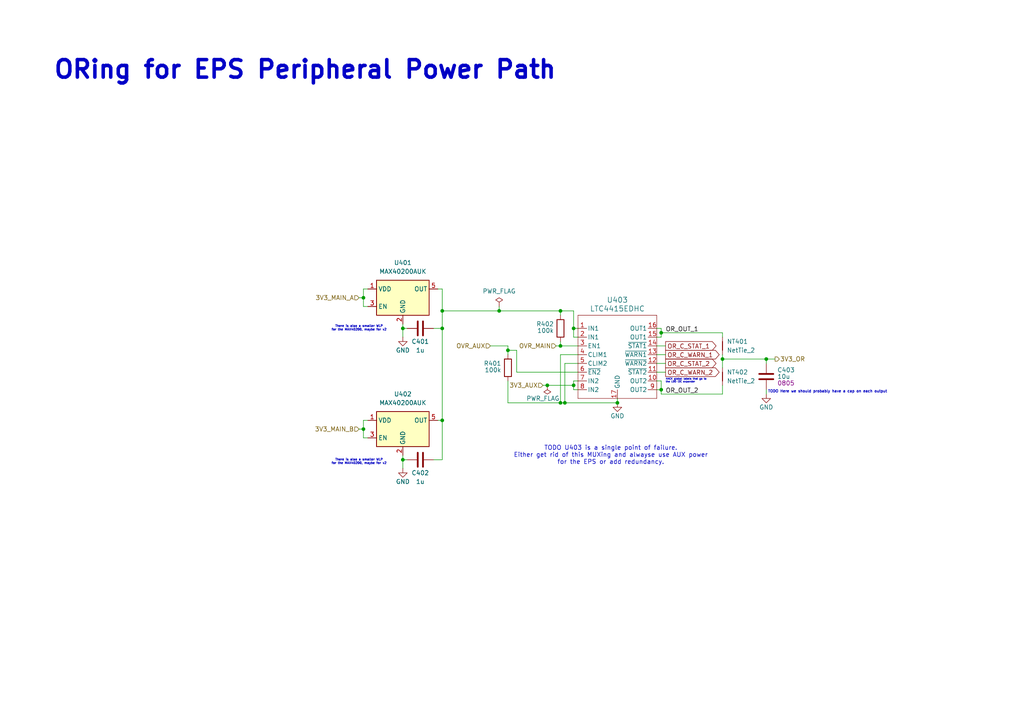
<source format=kicad_sch>
(kicad_sch (version 20250114) (generator "eeschema") (generator_version "9.0")
  (paper "A4")
  (title_block (title "bac EPS v1") (date "2024-09-30") (rev "1") (company "Build a CubeSat") (comment 1 "Manuel Imboden") (comment 2 "CC BY-SA 4.0") (comment 3 "https://buildacubesat.space"))
  (lib_symbols
    (symbol "Device:C" (pin_numbers (hide yes)) (pin_names (offset 0.254))
      (property "Reference" "C" (at 0.635 2.54 0))
      (property "Value" "C" (at 0.635 -2.54 0))
      (symbol "C_0_1"
        (polyline (pts (xy -2.032 0.762) (xy 2.032 0.762)) (stroke (width 0.508)))
        (polyline (pts (xy -2.032 -0.762) (xy 2.032 -0.762)) (stroke (width 0.508)))
      )
      (symbol "C_1_1"
        (pin passive line (at 0 3.81 270) (length 2.794) (name "~") (number "1"))
        (pin passive line (at 0 -3.81 90) (length 2.794) (name "~") (number "2"))
      )
    )
    (symbol "Device:NetTie_2" (pin_numbers (hide yes)) (pin_names (offset 0) (hide yes)) (in_bom no)
      (property "Reference" "NT" (at 0 1.27 0))
      (property "Value" "NetTie_2" (at 0 -1.27 0))
      (symbol "NetTie_2_0_1"
        (polyline (pts (xy -1.27 0) (xy 1.27 0)) (stroke (width 0.254)))
      )
      (symbol "NetTie_2_1_1"
        (pin passive line (at -2.54 0 0) (length 2.54) (name "1") (number "1"))
        (pin passive line (at 2.54 0 180) (length 2.54) (name "2") (number "2"))
      )
    )
    (symbol "Device:R" (pin_numbers (hide yes)) (pin_names (offset 0))
      (property "Reference" "R" (at 2.032 0 90))
      (property "Value" "R" (at 0 0 90))
      (symbol "R_0_1"
        (rectangle (start -1.016 -2.54) (end 1.016 2.54) (stroke (width 0.254)))
      )
      (symbol "R_1_1"
        (pin passive line (at 0 3.81 270) (length 1.27) (name "~") (number "1"))
        (pin passive line (at 0 -3.81 90) (length 1.27) (name "~") (number "2"))
      )
    )
    (symbol "bac EPS v1:ADI LTC4415EDHC" (pin_names (offset 0.254))
      (property "Reference" "U" (at -0.254 19.558 0))
      (property "Value" "ADI LTC4415EDHC" (at -0.254 17.018 0))
      (symbol "ADI LTC4415EDHC_0_1"
        (polyline (pts (xy -11.43 13.97) (xy -11.43 -10.16)) (stroke (width 0.127)))
        (polyline (pts (xy -11.43 -10.16) (xy 11.43 -10.16)) (stroke (width 0.127)))
        (polyline (pts (xy 11.43 13.97) (xy -11.43 13.97)) (stroke (width 0.127)))
        (polyline (pts (xy 11.43 -10.16) (xy 11.43 13.97)) (stroke (width 0.127)))
        (pin power_in line (at -11.43 10.16 0) (length 2.54) (name "IN1") (number "1"))
        (pin power_in line (at -11.43 7.62 0) (length 2.54) (name "IN1") (number "2"))
        (pin input line (at -11.43 5.08 0) (length 2.54) (name "EN1") (number "3"))
        (pin power_in line (at -11.43 -5.08 0) (length 2.54) (name "IN2") (number "7"))
        (pin power_in line (at -11.43 -7.62 0) (length 2.54) (name "IN2") (number "8"))
        (pin passive line (at 11.43 7.62 180) (length 2.54) (name "OUT1") (number "15"))
        (pin passive line (at 11.43 -7.62 180) (length 2.54) (name "OUT2") (number "9"))
      )
      (symbol "ADI LTC4415EDHC_1_1"
        (pin input line (at -11.43 2.54 0) (length 2.54) (name "CLIM1") (number "4"))
        (pin input line (at -11.43 0 0) (length 2.54) (name "CLIM2") (number "5"))
        (pin input line (at -11.43 -2.54 0) (length 2.54) (name "~{EN2}") (number "6"))
        (pin power_in line (at 0 -10.16 90) (length 2.54) (name "GND") (number "17"))
        (pin passive line (at 11.43 10.16 180) (length 2.54) (name "OUT1") (number "16"))
        (pin output line (at 11.43 5.08 180) (length 2.54) (name "~{STAT1}") (number "14"))
        (pin output line (at 11.43 2.54 180) (length 2.54) (name "~{WARN1}") (number "13"))
        (pin output line (at 11.43 0 180) (length 2.54) (name "~{WARN2}") (number "12"))
        (pin output line (at 11.43 -2.54 180) (length 2.54) (name "~{STAT2}") (number "11"))
        (pin passive line (at 11.43 -5.08 180) (length 2.54) (name "OUT2") (number "10"))
      )
    )
    (symbol "bac EPS v1:MAX40200AUK"
      (property "Reference" "U" (at -6.35 6.35 0))
      (property "Value" "MAX40200AUK" (at 7.62 6.35 0))
      (symbol "MAX40200AUK_1_1"
        (rectangle (start -7.62 -5.08) (end 7.62 5.08) (stroke (width 0.254)) (fill (type background)))
        (pin power_in line (at -10.16 2.54 0) (length 2.54) (name "VDD") (number "1"))
        (pin input line (at -10.16 -2.54 0) (length 2.54) (name "EN") (number "3"))
        (pin power_in line (at 0 -7.62 90) (length 2.54) (name "GND") (number "2"))
        (pin no_connect line (at 7.62 -2.54 180) (length 2.54) (hide yes) (name "NC") (number "4"))
        (pin passive line (at 10.16 2.54 180) (length 2.54) (name "OUT") (number "5"))
      )
    )
    (symbol "power:GND" (power) (pin_numbers (hide yes)) (pin_names (offset 0) (hide yes))
      (property "Value" "GND" (at 0 -3.81 0))
      (symbol "GND_0_1"
        (polyline (pts (xy 0 0) (xy 0 -1.27) (xy 1.27 -1.27) (xy 0 -2.54) (xy -1.27 -1.27) (xy 0 -1.27)))
      )
      (symbol "GND_1_1"
        (pin power_in line (at 0 0 270) (length 0) (name "~") (number "1"))
      )
    )
    (symbol "power:PWR_FLAG" (power) (pin_numbers (hide yes)) (pin_names (offset 0) (hide yes))
      (property "Value" "PWR_FLAG" (at 0 3.81 0))
      (symbol "PWR_FLAG_0_0"
        (pin power_out line (at 0 0 90) (length 0) (name "~") (number "1"))
      )
      (symbol "PWR_FLAG_0_1"
        (polyline (pts (xy 0 0) (xy 0 1.27) (xy -1.016 1.905) (xy 0 2.54) (xy 1.016 1.905) (xy 0 1.27)))
      )
    )
  )
  (text "HACK global labels that go to\nthe LDO I2C expander" (at 193.04 110.49 0) (effects (font (size 0.508 0.508)) (justify left)))
  (text "There is also a smaller WLP\nfor the MAX40200, maybe for v2" (at 104.14 95.25 0) (effects (font (size 0.635 0.635))))
  (text "There is also a smaller WLP\nfor the MAX40200, maybe for v2" (at 104.14 133.985 0) (effects (font (size 0.635 0.635))))
  (text "TODO Here we should probably have a cap on each output" (at 240.03 113.665 0) (effects (font (size 0.762 0.762))))
  (text "ORing for EPS Peripheral Power Path" (at 15.24 20.32 0) (effects (font (size 5.08 5.08) (thickness 1.016) (bold yes)) (justify left)))
  (text "TODO U403 is a single point of failure.\nEither get rid of this MUXing and alwayse use AUX power\nfor the EPS or add redundancy." (at 177.165 132.08 0) (effects (font (size 1.27 1.27))))
  (junction (at 162.56 90.17))
  (junction (at 116.84 95.25))
  (junction (at 144.78 90.17))
  (junction (at 166.37 111.76))
  (junction (at 162.56 116.84))
  (junction (at 128.27 90.17))
  (junction (at 147.32 101.6))
  (junction (at 191.77 96.52))
  (junction (at 105.41 86.36))
  (junction (at 158.75 111.76))
  (junction (at 128.27 95.25))
  (junction (at 209.55 104.14))
  (junction (at 162.56 100.33))
  (junction (at 163.83 116.84))
  (junction (at 191.77 113.03))
  (junction (at 222.25 104.14))
  (junction (at 128.27 121.92))
  (junction (at 166.37 95.25))
  (junction (at 105.41 124.46))
  (junction (at 116.84 133.35))
  (junction (at 179.07 116.84))
  (wire (pts (xy 209.55 114.3) (xy 209.55 111.76)))
  (wire (pts (xy 125.73 133.35) (xy 128.27 133.35)))
  (wire (pts (xy 149.86 107.95) (xy 149.86 101.6)))
  (wire (pts (xy 127 121.92) (xy 128.27 121.92)))
  (wire (pts (xy 147.32 116.84) (xy 162.56 116.84)))
  (wire (pts (xy 147.32 100.33) (xy 147.32 101.6)))
  (wire (pts (xy 157.48 111.76) (xy 158.75 111.76)))
  (wire (pts (xy 166.37 113.03) (xy 167.64 113.03)))
  (wire (pts (xy 222.25 114.3) (xy 222.25 113.03)))
  (wire (pts (xy 163.83 105.41) (xy 163.83 116.84)))
  (wire (pts (xy 193.04 102.87) (xy 190.5 102.87)))
  (wire (pts (xy 142.24 100.33) (xy 147.32 100.33)))
  (wire (pts (xy 209.55 104.14) (xy 222.25 104.14)))
  (wire (pts (xy 190.5 97.79) (xy 191.77 97.79)))
  (wire (pts (xy 106.68 127) (xy 105.41 127)))
  (wire (pts (xy 191.77 95.25) (xy 191.77 96.52)))
  (wire (pts (xy 105.41 124.46) (xy 105.41 121.92)))
  (wire (pts (xy 162.56 102.87) (xy 167.64 102.87)))
  (wire (pts (xy 147.32 110.49) (xy 147.32 116.84)))
  (wire (pts (xy 191.77 110.49) (xy 191.77 113.03)))
  (wire (pts (xy 193.04 107.95) (xy 190.5 107.95)))
  (wire (pts (xy 209.55 97.79) (xy 209.55 96.52)))
  (wire (pts (xy 167.64 95.25) (xy 166.37 95.25)))
  (wire (pts (xy 104.14 124.46) (xy 105.41 124.46)))
  (wire (pts (xy 167.64 107.95) (xy 149.86 107.95)))
  (wire (pts (xy 193.04 100.33) (xy 190.5 100.33)))
  (wire (pts (xy 144.78 90.17) (xy 162.56 90.17)))
  (wire (pts (xy 162.56 102.87) (xy 162.56 116.84)))
  (wire (pts (xy 118.11 133.35) (xy 116.84 133.35)))
  (wire (pts (xy 105.41 121.92) (xy 106.68 121.92)))
  (wire (pts (xy 105.41 83.82) (xy 105.41 86.36)))
  (wire (pts (xy 162.56 100.33) (xy 167.64 100.33)))
  (wire (pts (xy 191.77 96.52) (xy 191.77 97.79)))
  (wire (pts (xy 161.29 100.33) (xy 162.56 100.33)))
  (wire (pts (xy 105.41 88.9) (xy 105.41 86.36)))
  (wire (pts (xy 158.75 111.76) (xy 166.37 111.76)))
  (wire (pts (xy 118.11 95.25) (xy 116.84 95.25)))
  (wire (pts (xy 191.77 114.3) (xy 209.55 114.3)))
  (wire (pts (xy 166.37 111.76) (xy 166.37 113.03)))
  (wire (pts (xy 162.56 90.17) (xy 166.37 90.17)))
  (wire (pts (xy 125.73 95.25) (xy 128.27 95.25)))
  (wire (pts (xy 209.55 104.14) (xy 209.55 102.87)))
  (wire (pts (xy 166.37 111.76) (xy 166.37 110.49)))
  (wire (pts (xy 147.32 101.6) (xy 147.32 102.87)))
  (wire (pts (xy 149.86 101.6) (xy 147.32 101.6)))
  (wire (pts (xy 193.04 105.41) (xy 190.5 105.41)))
  (wire (pts (xy 163.83 116.84) (xy 162.56 116.84)))
  (wire (pts (xy 222.25 105.41) (xy 222.25 104.14)))
  (wire (pts (xy 128.27 121.92) (xy 128.27 133.35)))
  (wire (pts (xy 191.77 96.52) (xy 209.55 96.52)))
  (wire (pts (xy 105.41 127) (xy 105.41 124.46)))
  (wire (pts (xy 116.84 132.08) (xy 116.84 133.35)))
  (wire (pts (xy 116.84 133.35) (xy 116.84 135.89)))
  (wire (pts (xy 116.84 93.98) (xy 116.84 95.25)))
  (wire (pts (xy 128.27 83.82) (xy 128.27 90.17)))
  (wire (pts (xy 116.84 95.25) (xy 116.84 97.79)))
  (wire (pts (xy 128.27 90.17) (xy 144.78 90.17)))
  (wire (pts (xy 166.37 97.79) (xy 167.64 97.79)))
  (wire (pts (xy 166.37 95.25) (xy 166.37 97.79)))
  (wire (pts (xy 209.55 106.68) (xy 209.55 104.14)))
  (wire (pts (xy 128.27 95.25) (xy 128.27 121.92)))
  (wire (pts (xy 163.83 105.41) (xy 167.64 105.41)))
  (wire (pts (xy 128.27 90.17) (xy 128.27 95.25)))
  (wire (pts (xy 163.83 116.84) (xy 179.07 116.84)))
  (wire (pts (xy 222.25 104.14) (xy 224.79 104.14)))
  (wire (pts (xy 106.68 88.9) (xy 105.41 88.9)))
  (wire (pts (xy 162.56 99.06) (xy 162.56 100.33)))
  (wire (pts (xy 105.41 83.82) (xy 106.68 83.82)))
  (wire (pts (xy 104.14 86.36) (xy 105.41 86.36)))
  (wire (pts (xy 190.5 95.25) (xy 191.77 95.25)))
  (wire (pts (xy 179.07 115.57) (xy 179.07 116.84)))
  (wire (pts (xy 190.5 110.49) (xy 191.77 110.49)))
  (wire (pts (xy 144.78 88.9) (xy 144.78 90.17)))
  (wire (pts (xy 166.37 90.17) (xy 166.37 95.25)))
  (wire (pts (xy 191.77 114.3) (xy 191.77 113.03)))
  (wire (pts (xy 167.64 110.49) (xy 166.37 110.49)))
  (wire (pts (xy 128.27 83.82) (xy 127 83.82)))
  (wire (pts (xy 190.5 113.03) (xy 191.77 113.03)))
  (wire (pts (xy 162.56 90.17) (xy 162.56 91.44)))
  (label "OR_OUT_1" (at 193.04 96.52 0))
  (label "OR_OUT_2" (at 193.04 114.3 0))
  (global_label "OR_C_STAT_2" (shape output) (at 193.04 105.41 0) (property "Intersheetrefs" "${INTERSHEET_REFS}" (effects (hide yes))))
  (global_label "OR_C_WARN_1" (shape output) (at 193.04 102.87 0) (property "Intersheetrefs" "${INTERSHEET_REFS}" (effects (hide yes))))
  (global_label "OR_C_WARN_2" (shape output) (at 193.04 107.95 0) (property "Intersheetrefs" "${INTERSHEET_REFS}" (effects (hide yes))))
  (global_label "OR_C_STAT_1" (shape output) (at 193.04 100.33 0) (property "Intersheetrefs" "${INTERSHEET_REFS}" (effects (hide yes))))
  (hierarchical_label "3V3_MAIN_A" (shape input) (at 104.14 86.36 180))
  (hierarchical_label "OVR_MAIN" (shape input) (at 161.29 100.33 180))
  (hierarchical_label "3V3_OR" (shape output) (at 224.79 104.14 0))
  (hierarchical_label "3V3_MAIN_B" (shape input) (at 104.14 124.46 180))
  (hierarchical_label "OVR_AUX" (shape input) (at 142.24 100.33 180))
  (hierarchical_label "3V3_AUX" (shape input) (at 157.48 111.76 180))
  (symbol (lib_id "power:PWR_FLAG") (at 144.78 88.9 0) (unit 1)
    (property "Reference" "#FLG0401" (effects (hide yes)))
    (property "Value" "PWR_FLAG" (at 144.78 84.455 0))
    (property "Description" "Special symbol for telling ERC where power comes from" (effects (hide yes)))
  )
  (symbol (lib_id "bac EPS v1:MAX40200AUK") (at 116.84 86.36 0) (unit 1)
    (property "Reference" "U401" (at 116.84 76.2 0))
    (property "Value" "MAX40200AUK" (at 116.84 78.74 0))
    (property "Footprint" "Package_TO_SOT_SMD:SOT-23-5" (effects (hide yes)))
    (property "Datasheet" "https://datasheets.maximintegrated.com/en/ds/MAX40200.pdf" (effects (hide yes)))
    (property "Description" "Ideal Diode, Ultra-Low Voltage Drop, 1.5-5.5V, 1A, SOT-23-5" (effects (hide yes)))
  )
  (symbol (lib_id "Device:C") (at 222.25 109.22 0) (mirror y) (unit 1)
    (property "Reference" "C403" (at 225.425 107.315 0) (effects (justify right)))
    (property "Value" "10u" (at 225.425 109.22 0) (effects (justify right)))
    (property "Footprint" "Capacitor_SMD:C_0805_2012Metric" (effects (hide yes)))
    (property "Description" "Unpolarized capacitor" (effects (hide yes)))
    (property "Package" "0805" (at 227.965 111.125 0))
    (property "Temperature Coefficient" "X7R" (effects (hide yes)))
    (property "Tolerance" "10%" (effects (hide yes)))
    (property "Rated Voltage" "25V" (effects (hide yes)))
  )
  (symbol (lib_id "power:GND") (at 116.84 135.89 0) (unit 1)
    (property "Reference" "#PWR0402" (effects (hide yes)))
    (property "Value" "GND" (at 116.84 139.7 0))
    (property "Description" "Power symbol creates a global label with name \"GND\" , ground" (effects (hide yes)))
  )
  (symbol (lib_id "power:PWR_FLAG") (at 158.75 111.76 180) (unit 1)
    (property "Reference" "#FLG0402" (effects (hide yes)))
    (property "Value" "PWR_FLAG" (at 157.48 115.57 0))
    (property "Description" "Special symbol for telling ERC where power comes from" (effects (hide yes)))
  )
  (symbol (lib_id "Device:NetTie_2") (at 209.55 100.33 90) (unit 1) (in_bom no)
    (property "Reference" "NT401" (at 210.82 99.0599 90) (effects (justify right)))
    (property "Value" "NetTie_2" (at 210.82 101.6 90) (effects (justify right)))
    (property "Footprint" "NetTie:NetTie-2_SMD_Pad0.5mm" (effects (hide yes)))
    (property "Description" "Net tie, 2 pins" (effects (hide yes)))
  )
  (symbol (lib_id "Device:NetTie_2") (at 209.55 109.22 90) (unit 1) (in_bom no)
    (property "Reference" "NT402" (at 210.82 107.9499 90) (effects (justify right)))
    (property "Value" "NetTie_2" (at 210.82 110.49 90) (effects (justify right)))
    (property "Footprint" "NetTie:NetTie-2_SMD_Pad0.5mm" (effects (hide yes)))
    (property "Description" "Net tie, 2 pins" (effects (hide yes)))
  )
  (symbol (lib_id "Device:R") (at 162.56 95.25 0) (mirror x) (unit 1)
    (property "Reference" "R402" (at 160.655 93.9799 0) (effects (justify right)))
    (property "Value" "100k" (at 160.655 95.885 0) (effects (justify right)))
    (property "Footprint" "Resistor_SMD:R_0603_1608Metric" (effects (hide yes)))
    (property "Description" "Resistor" (effects (hide yes)))
    (property "Package" "0603" (effects (hide yes)))
    (property "Tolerance" "10%" (effects (hide yes)))
    (property "Series" "E12" (effects (hide yes)))
  )
  (symbol (lib_id "Device:R") (at 147.32 106.68 0) (mirror x) (unit 1)
    (property "Reference" "R401" (at 145.415 105.4099 0) (effects (justify right)))
    (property "Value" "100k" (at 145.415 107.315 0) (effects (justify right)))
    (property "Footprint" "Resistor_SMD:R_0603_1608Metric" (effects (hide yes)))
    (property "Description" "Resistor" (effects (hide yes)))
    (property "Package" "0603" (effects (hide yes)))
    (property "Tolerance" "10%" (effects (hide yes)))
    (property "Series" "E12" (effects (hide yes)))
  )
  (symbol (lib_id "Device:C") (at 121.92 133.35 90) (mirror x) (unit 1)
    (property "Reference" "C402" (at 124.46 137.16 90) (effects (justify left)))
    (property "Value" "1u" (at 123.19 139.7 90) (effects (justify left)))
    (property "Footprint" "Capacitor_SMD:C_0603_1608Metric" (effects (hide yes)))
    (property "Description" "Unpolarized capacitor" (effects (hide yes)))
    (property "Package" "0603" (effects (hide yes)))
    (property "Temperature Coefficient" "X7R" (effects (hide yes)))
    (property "Tolerance" "10%" (effects (hide yes)))
    (property "Rated Voltage" "35V" (effects (hide yes)))
  )
  (symbol (lib_id "Device:C") (at 121.92 95.25 90) (mirror x) (unit 1)
    (property "Reference" "C401" (at 124.46 99.06 90) (effects (justify left)))
    (property "Value" "1u" (at 123.19 101.6 90) (effects (justify left)))
    (property "Footprint" "Capacitor_SMD:C_0603_1608Metric" (effects (hide yes)))
    (property "Description" "Unpolarized capacitor" (effects (hide yes)))
    (property "Package" "0603" (effects (hide yes)))
    (property "Temperature Coefficient" "X7R" (effects (hide yes)))
    (property "Tolerance" "10%" (effects (hide yes)))
    (property "Rated Voltage" "35V" (effects (hide yes)))
  )
  (symbol (lib_id "bac EPS v1:ADI LTC4415EDHC") (at 179.07 105.41 0) (unit 1)
    (property "Reference" "U403" (at 179.07 86.995 0) (effects (font (size 1.524 1.524))))
    (property "Value" "LTC4415EDHC" (at 179.07 89.535 0) (effects (font (size 1.524 1.524))))
    (property "Footprint" "bac EPS v1:ADI-LTC4415EDHC" (effects (hide yes)))
    (property "Datasheet" "https://www.analog.com/media/en/technical-documentation/data-sheets/4415fa.pdf" (effects (hide yes)))
    (property "Description" "Dual 4A Ideal Diodes with Adjustable Current Limit" (effects (hide yes)))
  )
  (symbol (lib_id "bac EPS v1:MAX40200AUK") (at 116.84 124.46 0) (unit 1)
    (property "Reference" "U402" (at 116.84 114.3 0))
    (property "Value" "MAX40200AUK" (at 116.84 116.84 0))
    (property "Footprint" "Package_TO_SOT_SMD:SOT-23-5" (effects (hide yes)))
    (property "Datasheet" "https://datasheets.maximintegrated.com/en/ds/MAX40200.pdf" (effects (hide yes)))
    (property "Description" "Ideal Diode, Ultra-Low Voltage Drop, 1.5-5.5V, 1A, SOT-23-5" (effects (hide yes)))
  )
  (symbol (lib_id "power:GND") (at 116.84 97.79 0) (unit 1)
    (property "Reference" "#PWR0401" (effects (hide yes)))
    (property "Value" "GND" (at 116.84 101.6 0))
    (property "Description" "Power symbol creates a global label with name \"GND\" , ground" (effects (hide yes)))
  )
  (symbol (lib_id "power:GND") (at 179.07 116.84 0) (unit 1)
    (property "Reference" "#PWR0403" (effects (hide yes)))
    (property "Value" "GND" (at 179.07 120.65 0))
    (property "Description" "Power symbol creates a global label with name \"GND\" , ground" (effects (hide yes)))
  )
  (symbol (lib_id "power:GND") (at 222.25 114.3 0) (unit 1)
    (property "Reference" "#PWR0404" (effects (hide yes)))
    (property "Value" "GND" (at 222.25 118.11 0))
    (property "Description" "Power symbol creates a global label with name \"GND\" , ground" (effects (hide yes)))
  )
)
</source>
